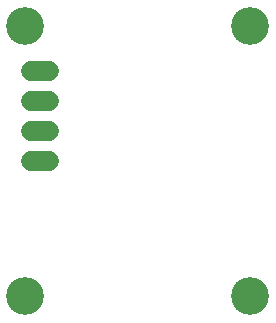
<source format=gbr>
G04 EAGLE Gerber RS-274X export*
G75*
%MOMM*%
%FSLAX34Y34*%
%LPD*%
%INSoldermask Bottom*%
%IPPOS*%
%AMOC8*
5,1,8,0,0,1.08239X$1,22.5*%
G01*
%ADD10C,3.203200*%
%ADD11C,1.727200*%


D10*
X25400Y139700D03*
X215900Y139700D03*
X25400Y368300D03*
X215900Y368300D03*
D11*
X45720Y254000D02*
X30480Y254000D01*
X30480Y279400D02*
X45720Y279400D01*
X45720Y304800D02*
X30480Y304800D01*
X30480Y330200D02*
X45720Y330200D01*
M02*

</source>
